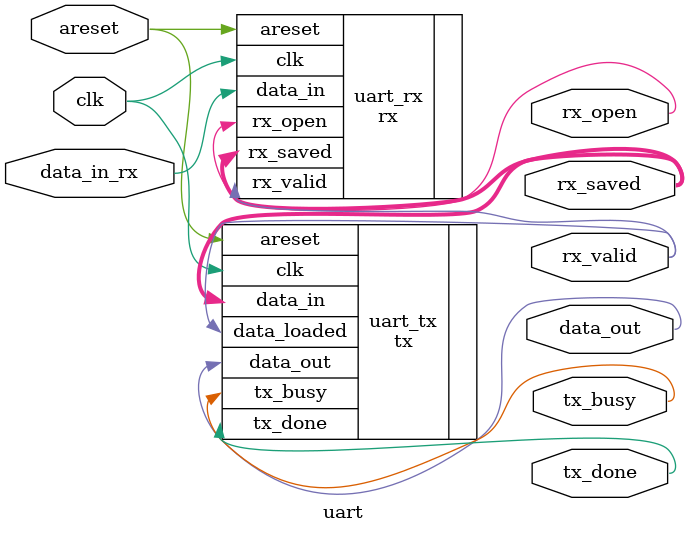
<source format=sv>

 `timescale 1ns/10ps

module uart #(
    parameter BYTE=8
) (
    input logic clk,
    input logic areset,
    input logic data_in_rx,

    output logic tx_done,
    output logic tx_busy, 
    output logic rx_open,
    output logic rx_valid,
    output logic [BYTE-1:0] rx_saved,
    output logic data_out

);


    // This currently implements a loopback (straight from rx into tx)
    // Typically there would be some intermediary computation

    tx uart_tx(
        .clk(clk),
        .areset(areset),
        .data_loaded(rx_valid),
        .data_in(rx_saved),
        .data_out(data_out),
        .tx_done(tx_done),
        .tx_busy(tx_busy)
    );

    rx uart_rx (
        .clk(clk),
        .areset(areset),
        .data_in(data_in_rx),
        .rx_open(rx_open),
        .rx_valid(rx_valid),
        .rx_saved(rx_saved)
    );


    
endmodule



</source>
